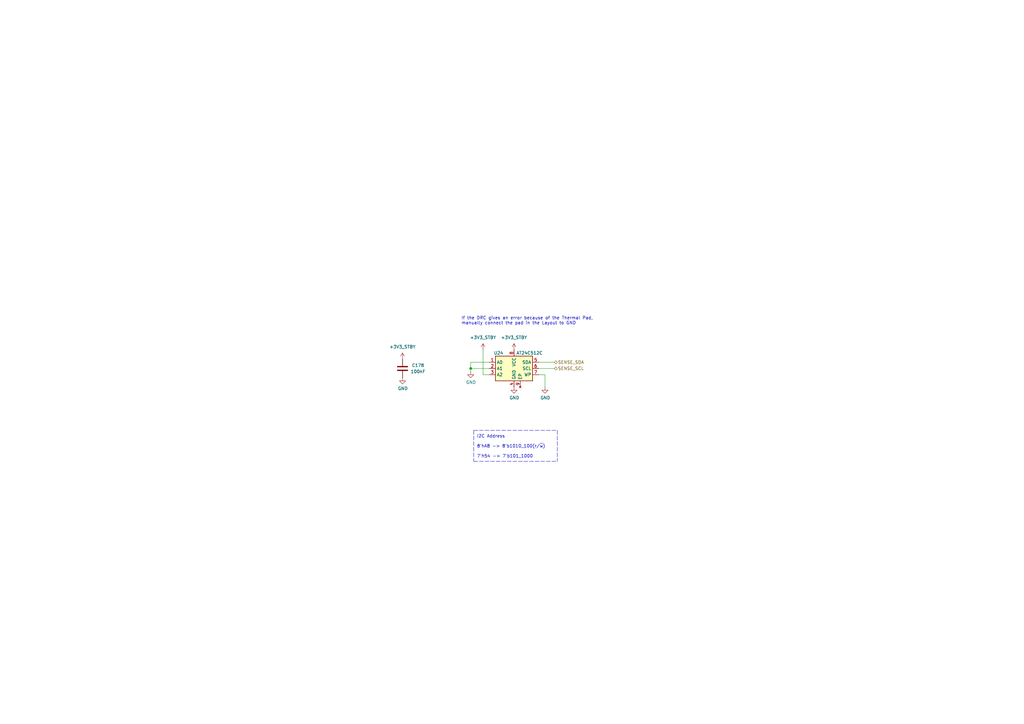
<source format=kicad_sch>
(kicad_sch (version 20211123) (generator eeschema)
  (paper "A3")
  (title_block (title "ATCA Template") (date "2023-01-05") (rev "1.0") (company "Karlsruhe Institute of Technology (KIT)") (comment 1 "Carsten Schmerbeck") (comment 2 "Luis Ardila") (comment 4 "Licensed under CERN-OHL-P v2"))
  (lib_symbols
    (symbol "Device:C" (pin_numbers hide) (pin_names (offset 0.254))
      (property "Reference" "C" (at 0.635 2.54 0))
      (property "Value" "C" (at 0.635 -2.54 0))
      (symbol "C_0_1"
        (polyline (pts (xy -2.032 -0.762) (xy 2.032 -0.762)) (stroke (width 0.508)))
        (polyline (pts (xy -2.032 0.762) (xy 2.032 0.762)) (stroke (width 0.508)))
      )
      (symbol "C_1_1"
        (pin passive line (at 0 3.81 270) (length 2.794) (name "~") (number "1"))
        (pin passive line (at 0 -3.81 90) (length 2.794) (name "~") (number "2"))
      )
    )
    (symbol "KIT_Memory:AT24CS64-MAHM"
      (property "Reference" "U24" (at -6.35 6.35 0))
      (property "Value" "AT24CS64-MAHM" (at 6.35 6.35 0))
      (symbol "AT24CS64-MAHM_1_1"
        (rectangle (start -7.62 5.08) (end 7.62 -5.08) (stroke (width 0.254)) (fill (type background)))
        (pin input line (at -10.16 2.54 0) (length 2.54) (name "A0") (number "1"))
        (pin input line (at -10.16 0 0) (length 2.54) (name "A1") (number "2"))
        (pin input line (at -10.16 -2.54 0) (length 2.54) (name "A2") (number "3"))
        (pin power_in line (at 0 -7.62 90) (length 2.54) (name "GND") (number "4"))
        (pin bidirectional line (at 10.16 2.54 180) (length 2.54) (name "SDA") (number "5"))
        (pin input line (at 10.16 0 180) (length 2.54) (name "SCL") (number "6"))
        (pin input line (at 10.16 -2.54 180) (length 2.54) (name "WP") (number "7"))
        (pin power_in line (at 0 7.62 270) (length 2.54) (name "VCC") (number "8"))
        (pin no_connect line (at 2.54 -7.62 90) (length 2.54) (name "EP") (number "9"))
      )
    )
    (symbol "KIT_Power:+3V3_STBY" (power) (pin_names (offset 0))
      (property "Value" "+3V3_STBY" (at 0 3.556 0))
      (symbol "+3V3_STBY_0_1"
        (polyline (pts (xy -0.762 1.27) (xy 0 2.54)))
        (polyline (pts (xy 0 0) (xy 0 2.54)))
        (polyline (pts (xy 0 2.54) (xy 0.762 1.27)))
      )
      (symbol "+3V3_STBY_1_1"
        (pin power_in line (at 0 0 90) (length 0) hide (name "+3V3_STBY") (number "1"))
      )
    )
    (symbol "power:GND" (power) (pin_names (offset 0))
      (property "Value" "GND" (at 0 -3.81 0))
      (symbol "GND_0_1"
        (polyline (pts (xy 0 0) (xy 0 -1.27) (xy 1.27 -1.27) (xy 0 -2.54) (xy -1.27 -1.27) (xy 0 -1.27)))
      )
      (symbol "GND_1_1"
        (pin power_in line (at 0 0 270) (length 0) hide (name "GND") (number "1"))
      )
    )
  )
  (junction (at 193.04 151.13))
  (wire (pts (xy 193.04 148.59) (xy 200.66 148.59)))
  (wire (pts (xy 198.12 143.51) (xy 198.12 153.67)))
  (wire (pts (xy 193.04 152.4) (xy 193.04 151.13)))
  (wire (pts (xy 198.12 153.67) (xy 200.66 153.67)))
  (wire (pts (xy 223.52 158.75) (xy 223.52 153.67)))
  (wire (pts (xy 193.04 151.13) (xy 193.04 148.59)))
  (wire (pts (xy 227.33 148.59) (xy 220.98 148.59)))
  (wire (pts (xy 200.66 151.13) (xy 193.04 151.13)))
  (polyline (pts (xy 228.6 176.53) (xy 228.6 189.23)))
  (polyline (pts (xy 194.31 176.53) (xy 194.31 189.23)))
  (wire (pts (xy 223.52 153.67) (xy 220.98 153.67)))
  (polyline (pts (xy 194.31 189.23) (xy 228.6 189.23)))
  (wire (pts (xy 227.33 151.13) (xy 220.98 151.13)))
  (polyline (pts (xy 194.31 176.53) (xy 228.6 176.53)))
  (text "I2C Address \n\n8'hA8 -> 8'b1010_100(r/~{w})\n\n7'h54 -> 7'b101_1000\n" (at 195.58 187.96 0) (effects (font (size 1.27 1.27)) (justify left bottom)))
  (text "If the DRC gives an error because of the Thermal Pad,\nmanually connect the pad in the Layout to GND" (at 189.23 133.35 0) (effects (font (size 1.27 1.27)) (justify left bottom)))
  (hierarchical_label "SENSE_SDA" (shape bidirectional) (at 227.33 148.59 0))
  (hierarchical_label "SENSE_SCL" (shape bidirectional) (at 227.33 151.13 0))
  (symbol (lib_id "power:GND") (at 223.52 158.75 0) (unit 1)
    (property "Reference" "#PWR0512" (effects hide))
    (property "Value" "GND" (at 223.647 163.1442 0))
  )
  (symbol (lib_id "power:GND") (at 165.1 154.94 0) (unit 1)
    (property "Reference" "#PWR0507" (effects hide))
    (property "Value" "GND" (at 165.227 159.3342 0))
  )
  (symbol (lib_id "power:GND") (at 193.04 152.4 0) (unit 1)
    (property "Reference" "#PWR0508" (effects hide))
    (property "Value" "GND" (at 193.167 156.7942 0))
  )
  (symbol (lib_id "power:GND") (at 210.82 158.75 0) (unit 1)
    (property "Reference" "#PWR0511" (effects hide))
    (property "Value" "GND" (at 210.947 163.1442 0))
  )
  (symbol (lib_id "Device:C") (at 165.1 151.13 0) (mirror y) (unit 1)
    (property "Reference" "C178" (at 171.45 149.86 0))
    (property "Value" "100nF" (at 171.45 152.4 0))
    (property "Footprint" "Capacitor_SMD:C_0402_1005Metric" (effects hide))
    (property "stock" "AVT-IPE" (effects hide))
    (property "voltage" "16 V" (effects hide))
  )
  (symbol (lib_id "KIT_Memory:AT24CS64-MAHM") (at 210.82 151.13 0) (unit 1)
    (property "Reference" "U24" (at 204.47 144.78 0))
    (property "Value" "AT24C512C" (at 217.17 144.78 0))
    (property "Footprint" "Package_DFN_QFN:DFN-8-1EP_3x2mm_P0.5mm_EP1.3x1.5mm" (effects hide))
    (property "Datasheet" "http://ww1.microchip.com/downloads/en/DeviceDoc/Atmel-8870-SEEPROM-AT24CS64-Datasheet.pdf" (effects hide))
    (property "manf" "Microchip Technology" (effects hide))
    (property "manf#" "AT24C512C-MAHM-T" (effects hide))
    (property "digikey#" "AT24C512C-MAHM-TCT-ND" (effects hide))
    (property "stock" "Order from Microchip.com" (effects hide))
  )
  (symbol (lib_id "KIT_Power:+3V3_STBY") (at 165.1 147.32 0) (unit 1)
    (property "Reference" "#PWR0872" (effects hide))
    (property "Value" "+3V3_STBY" (at 165.1 142.24 0))
  )
  (symbol (lib_id "KIT_Power:+3V3_STBY") (at 210.82 143.51 0) (unit 1)
    (property "Reference" "#PWR0870" (effects hide))
    (property "Value" "+3V3_STBY" (at 210.82 138.43 0))
  )
  (symbol (lib_id "KIT_Power:+3V3_STBY") (at 198.12 143.51 0) (unit 1)
    (property "Reference" "#PWR0871" (effects hide))
    (property "Value" "+3V3_STBY" (at 198.12 138.43 0))
  )
)
</source>
